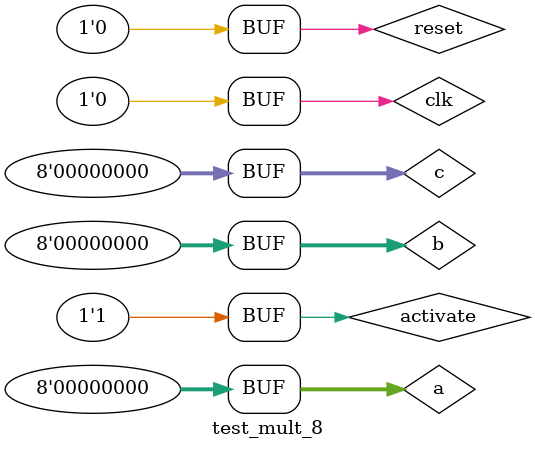
<source format=v>
module test_mult_8;
   reg activate, clk, reset;
   reg [7:0] a, b, c;

   wire [7:0] div8, div16;
   wire      mod;

   mult_8 test_mult_8(activate, clk, reset, a, b, c, div8, div16);

   initial
     begin
	$dumpfile("build/alu/signal/signal_mult8.vcd");
	$dumpvars;
	$display("\t\ttime, \tactivate, \tclk, \treset, \ta,\tb, \tc, \tdiv8,\tdiv16");
	$monitor("%d \t\t%b \t%b \t%b \t%d \t%d \t%d \t%d \t%d", $time, activate, clk, reset, a, b, c, div8, div16);

	activate = 0;
	clk = 0;
	reset = 1;
	a = 0;
	b = 0;
	c = 0;
	#5;
	activate = 0;
	clk = 0;
	reset = 1;
	a = 0;
	b = 0;
	c = 0;
	#5;
	//11
	activate = 1;
	clk = 1;
	reset = 0;
	a = 6;
	b = 2;
	c = 5;
	#5;
	activate = 1;//repauto
	clk = 0;
	reset = 0;
	a = 0;
	b = 0;
	c = 0;
	#5;
	//12
	activate = 1;//repauto
	clk = 1;
	reset = 0;
	a = 0;
	b = 0;
	c = 0;
	#5;
	activate = 1;//repauto
	clk = 0;
	reset = 0;
	a = 0;
	b = 0;
	c = 0;
	#5;
	//13
	activate = 1;//repauto
	clk = 1;
	reset = 0;
	a = 0;
	b = 0;
	c = 0;
	#5;
	activate = 1;//repauto
	clk = 0;
	reset = 0;
	a = 0;
	b = 0;
	c = 0;
	#5;
	//21
	activate = 1;
	clk = 1;
	reset = 0;
	a = 6;
	b = 2;
	c = 5;
	#5;
	activate = 1;//repauto
	clk = 0;
	reset = 0;
	a = 0;
	b = 0;
	c = 0;
	#5;
	//22
	activate = 1;//repauto
	clk = 1;
	reset = 0;
	a = 0;
	b = 0;
	c = 0;
	#5;
	activate = 1;//repauto
	clk = 0;
	reset = 0;
	a = 0;
	b = 0;
	c = 0;
	#5;
	//23
	activate = 1;//repauto
	clk = 1;
	reset = 0;
	a = 0;
	b = 0;
	c = 0;
	#5;
	activate = 1;//repauto
	clk = 0;
	reset = 0;
	a = 0;
	b = 0;
	c = 0;
	#5;
	//31
	activate = 1;
	clk = 1;
	reset = 0;
	a = 6;
	b = 2;
	c = 5;
	#5;
	activate = 1;//repauto
	clk = 0;
	reset = 0;
	a = 0;
	b = 0;
	c = 0;
	#5;
	//32
	activate = 1;//repauto
	clk = 1;
	reset = 0;
	a = 0;
	b = 0;
	c = 0;
	#5;
	activate = 1;//repauto
	clk = 0;
	reset = 0;
	a = 0;
	b = 0;
	c = 0;
	#5;
	//33
	activate = 1;//repauto
	clk = 1;
	reset = 0;
	a = 0;
	b = 0;
	c = 0;
	#5;
	activate = 1;//repauto
	clk = 0;
	reset = 0;
	a = 0;
	b = 0;
	c = 0;
	#5;
	//41
	activate = 1;
	clk = 1;
	reset = 0;
	a = 6;
	b = 2;
	c = 5;
	#5;
	activate = 1;//repauto
	clk = 0;
	reset = 0;
	a = 0;
	b = 0;
	c = 0;
	#5;
	//42
	activate = 1;//repauto
	clk = 1;
	reset = 0;
	a = 0;
	b = 0;
	c = 0;
	#5;
	activate = 1;//repauto
	clk = 0;
	reset = 0;
	a = 0;
	b = 0;
	c = 0;
	#5;
	//43
	activate = 1;//repauto
	clk = 1;
	reset = 0;
	a = 0;
	b = 0;
	c = 0;
	#5;
	activate = 1;//repauto
	clk = 0;
	reset = 0;
	a = 0;
	b = 0;
	c = 0;
	#5;
	//51
	activate = 1;
	clk = 1;
	reset = 0;
	a = 6;
	b = 2;
	c = 5;
	#5;
	activate = 1;//repauto
	clk = 0;
	reset = 0;
	a = 0;
	b = 0;
	c = 0;
	#5;
	//52
	activate = 1;//repauto
	clk = 1;
	reset = 0;
	a = 0;
	b = 0;
	c = 0;
	#5;
	activate = 1;//repauto
	clk = 0;
	reset = 0;
	a = 0;
	b = 0;
	c = 0;
	#5;
	//53
	activate = 1;//repauto
	clk = 1;
	reset = 0;
	a = 0;
	b = 0;
	c = 0;
	#5;
	activate = 1;//repauto
	clk = 0;
	reset = 0;
	a = 0;
	b = 0;
	c = 0;
	#5;
	//61
	activate = 1;
	clk = 1;
	reset = 0;
	a = 6;
	b = 2;
	c = 5;
	#5;
	activate = 1;//repauto
	clk = 0;
	reset = 0;
	a = 0;
	b = 0;
	c = 0;
	#5;
	//62
	activate = 1;//repauto
	clk = 1;
	reset = 0;
	a = 0;
	b = 0;
	c = 0;
	#5;
	activate = 1;//repauto
	clk = 0;
	reset = 0;
	a = 0;
	b = 0;
	c = 0;
	#5;
	//63
	activate = 1;//repauto
	clk = 1;
	reset = 0;
	a = 0;
	b = 0;
	c = 0;
	#5;
	activate = 1;//repauto
	clk = 0;
	reset = 0;
	a = 0;
	b = 0;
	c = 0;
	#5;
	//71
	activate = 1;
	clk = 1;
	reset = 0;
	a = 6;
	b = 2;
	c = 5;
	#5;
	activate = 1;//repauto
	clk = 0;
	reset = 0;
	a = 0;
	b = 0;
	c = 0;
	#5;
	//72
	activate = 1;//repauto
	clk = 1;
	reset = 0;
	a = 0;
	b = 0;
	c = 0;
	#5;
	activate = 1;//repauto
	clk = 0;
	reset = 0;
	a = 0;
	b = 0;
	c = 0;
	#5;
	//73
	activate = 1;//repauto
	clk = 1;
	reset = 0;
	a = 0;
	b = 0;
	c = 0;
	#5;
	activate = 1;//repauto
	clk = 0;
	reset = 0;
	a = 0;
	b = 0;
	c = 0;
	#5;
	//81
	activate = 1;
	clk = 1;
	reset = 0;
	a = 6;
	b = 2;
	c = 5;
	#5;
	activate = 1;//repauto
	clk = 0;
	reset = 0;
	a = 0;
	b = 0;
	c = 0;
	#5;
	//82
	activate = 1;//repauto
	clk = 1;
	reset = 0;
	a = 0;
	b = 0;
	c = 0;
	#5;
	activate = 1;//repauto
	clk = 0;
	reset = 0;
	a = 0;
	b = 0;
	c = 0;
	#5;
	//83
	activate = 1;//repauto
	clk = 1;
	reset = 0;
	a = 0;
	b = 0;
	c = 0;
	#5;
	activate = 1;//repauto
	clk = 0;
	reset = 0;
	a = 0;
	b = 0;
	c = 0;
	#5;
	//res
	activate = 1;//repauto
	clk = 1;
	reset = 0;
	a = 0;
	b = 0;
	c = 0;
	#5;
	activate = 1;//repauto
	clk = 0;
	reset = 0;
	a = 0;
	b = 0;
	c = 0;
     end
endmodule // test_mult


</source>
